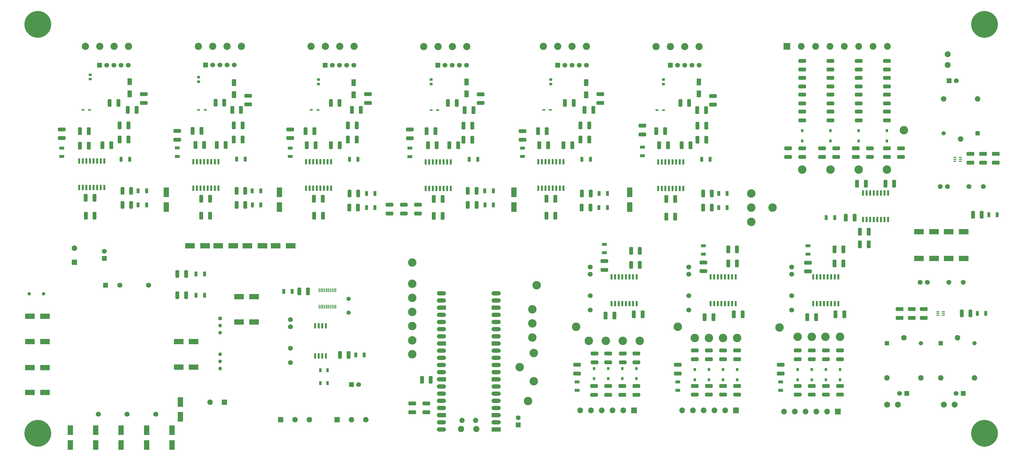
<source format=gbr>
%TF.GenerationSoftware,KiCad,Pcbnew,9.0.1*%
%TF.CreationDate,2025-12-19T01:31:41-08:00*%
%TF.ProjectId,ControlBoard,436f6e74-726f-46c4-926f-6172642e6b69,rev?*%
%TF.SameCoordinates,Original*%
%TF.FileFunction,Soldermask,Top*%
%TF.FilePolarity,Negative*%
%FSLAX46Y46*%
G04 Gerber Fmt 4.6, Leading zero omitted, Abs format (unit mm)*
G04 Created by KiCad (PCBNEW 9.0.1) date 2025-12-19 01:31:41*
%MOMM*%
%LPD*%
G01*
G04 APERTURE LIST*
G04 Aperture macros list*
%AMRoundRect*
0 Rectangle with rounded corners*
0 $1 Rounding radius*
0 $2 $3 $4 $5 $6 $7 $8 $9 X,Y pos of 4 corners*
0 Add a 4 corners polygon primitive as box body*
4,1,4,$2,$3,$4,$5,$6,$7,$8,$9,$2,$3,0*
0 Add four circle primitives for the rounded corners*
1,1,$1+$1,$2,$3*
1,1,$1+$1,$4,$5*
1,1,$1+$1,$6,$7*
1,1,$1+$1,$8,$9*
0 Add four rect primitives between the rounded corners*
20,1,$1+$1,$2,$3,$4,$5,0*
20,1,$1+$1,$4,$5,$6,$7,0*
20,1,$1+$1,$6,$7,$8,$9,0*
20,1,$1+$1,$8,$9,$2,$3,0*%
%AMFreePoly0*
4,1,37,0.800000,0.796148,0.878414,0.796148,1.032228,0.765552,1.177117,0.705537,1.307515,0.618408,1.418408,0.507515,1.505537,0.377117,1.565552,0.232228,1.596148,0.078414,1.596148,-0.078414,1.565552,-0.232228,1.505537,-0.377117,1.418408,-0.507515,1.307515,-0.618408,1.177117,-0.705537,1.032228,-0.765552,0.878414,-0.796148,0.800000,-0.796148,0.800000,-0.800000,-1.400000,-0.800000,
-1.403843,-0.796157,-1.439018,-0.796157,-1.511114,-0.766294,-1.566294,-0.711114,-1.596157,-0.639018,-1.596157,-0.603843,-1.600000,-0.600000,-1.600000,0.600000,-1.596157,0.603843,-1.596157,0.639018,-1.566294,0.711114,-1.511114,0.766294,-1.439018,0.796157,-1.403843,0.796157,-1.400000,0.800000,0.800000,0.800000,0.800000,0.796148,0.800000,0.796148,$1*%
%AMFreePoly1*
4,1,37,1.403843,0.796157,1.439018,0.796157,1.511114,0.766294,1.566294,0.711114,1.596157,0.639018,1.596157,0.603843,1.600000,0.600000,1.600000,-0.600000,1.596157,-0.603843,1.596157,-0.639018,1.566294,-0.711114,1.511114,-0.766294,1.439018,-0.796157,1.403843,-0.796157,1.400000,-0.800000,-0.800000,-0.800000,-0.800000,-0.796148,-0.878414,-0.796148,-1.032228,-0.765552,-1.177117,-0.705537,
-1.307515,-0.618408,-1.418408,-0.507515,-1.505537,-0.377117,-1.565552,-0.232228,-1.596148,-0.078414,-1.596148,0.078414,-1.565552,0.232228,-1.505537,0.377117,-1.418408,0.507515,-1.307515,0.618408,-1.177117,0.705537,-1.032228,0.765552,-0.878414,0.796148,-0.800000,0.796148,-0.800000,0.800000,1.400000,0.800000,1.403843,0.796157,1.403843,0.796157,$1*%
%AMFreePoly2*
4,1,37,0.603843,0.796157,0.639018,0.796157,0.711114,0.766294,0.766294,0.711114,0.796157,0.639018,0.796157,0.603843,0.800000,0.600000,0.800000,-0.600000,0.796157,-0.603843,0.796157,-0.639018,0.766294,-0.711114,0.711114,-0.766294,0.639018,-0.796157,0.603843,-0.796157,0.600000,-0.800000,0.000000,-0.800000,0.000000,-0.796148,-0.078414,-0.796148,-0.232228,-0.765552,-0.377117,-0.705537,
-0.507515,-0.618408,-0.618408,-0.507515,-0.705537,-0.377117,-0.765552,-0.232228,-0.796148,-0.078414,-0.796148,0.078414,-0.765552,0.232228,-0.705537,0.377117,-0.618408,0.507515,-0.507515,0.618408,-0.377117,0.705537,-0.232228,0.765552,-0.078414,0.796148,0.000000,0.796148,0.000000,0.800000,0.600000,0.800000,0.603843,0.796157,0.603843,0.796157,$1*%
%AMFreePoly3*
4,1,37,0.000000,0.796148,0.078414,0.796148,0.232228,0.765552,0.377117,0.705537,0.507515,0.618408,0.618408,0.507515,0.705537,0.377117,0.765552,0.232228,0.796148,0.078414,0.796148,-0.078414,0.765552,-0.232228,0.705537,-0.377117,0.618408,-0.507515,0.507515,-0.618408,0.377117,-0.705537,0.232228,-0.765552,0.078414,-0.796148,0.000000,-0.796148,0.000000,-0.800000,-0.600000,-0.800000,
-0.603843,-0.796157,-0.639018,-0.796157,-0.711114,-0.766294,-0.766294,-0.711114,-0.796157,-0.639018,-0.796157,-0.603843,-0.800000,-0.600000,-0.800000,0.600000,-0.796157,0.603843,-0.796157,0.639018,-0.766294,0.711114,-0.711114,0.766294,-0.639018,0.796157,-0.603843,0.796157,-0.600000,0.800000,0.000000,0.800000,0.000000,0.796148,0.000000,0.796148,$1*%
G04 Aperture macros list end*
%ADD10R,1.850000X3.500000*%
%ADD11RoundRect,0.250000X-1.075000X0.400000X-1.075000X-0.400000X1.075000X-0.400000X1.075000X0.400000X0*%
%ADD12R,1.750000X1.000000*%
%ADD13R,3.500000X1.850000*%
%ADD14RoundRect,0.250000X-0.412500X-1.100000X0.412500X-1.100000X0.412500X1.100000X-0.412500X1.100000X0*%
%ADD15C,3.000000*%
%ADD16C,2.200000*%
%ADD17C,1.850000*%
%ADD18FreePoly0,180.000000*%
%ADD19RoundRect,0.200000X0.600000X0.600000X-0.600000X0.600000X-0.600000X-0.600000X0.600000X-0.600000X0*%
%ADD20RoundRect,0.800000X0.800000X0.000010X-0.800000X0.000010X-0.800000X-0.000010X0.800000X-0.000010X0*%
%ADD21C,1.600000*%
%ADD22FreePoly1,180.000000*%
%ADD23FreePoly2,180.000000*%
%ADD24FreePoly3,180.000000*%
%ADD25R,0.650000X1.925000*%
%ADD26RoundRect,0.250000X0.412500X1.100000X-0.412500X1.100000X-0.412500X-1.100000X0.412500X-1.100000X0*%
%ADD27RoundRect,0.250000X1.075000X-0.400000X1.075000X0.400000X-1.075000X0.400000X-1.075000X-0.400000X0*%
%ADD28R,1.000000X1.750000*%
%ADD29RoundRect,0.250000X0.400000X1.075000X-0.400000X1.075000X-0.400000X-1.075000X0.400000X-1.075000X0*%
%ADD30R,1.000000X0.950000*%
%ADD31R,1.550000X2.350000*%
%ADD32C,2.550000*%
%ADD33R,1.075000X0.500000*%
%ADD34R,1.700000X1.700000*%
%ADD35C,1.700000*%
%ADD36RoundRect,0.250000X-1.100000X0.412500X-1.100000X-0.412500X1.100000X-0.412500X1.100000X0.412500X0*%
%ADD37C,1.500000*%
%ADD38R,1.950000X1.950000*%
%ADD39C,1.950000*%
%ADD40RoundRect,0.250000X-0.400000X-1.075000X0.400000X-1.075000X0.400000X1.075000X-0.400000X1.075000X0*%
%ADD41R,2.025000X2.025000*%
%ADD42C,2.025000*%
%ADD43R,0.850000X1.050000*%
%ADD44C,2.100000*%
%ADD45RoundRect,0.250000X1.100000X-0.412500X1.100000X0.412500X-1.100000X0.412500X-1.100000X-0.412500X0*%
%ADD46C,1.725000*%
%ADD47C,1.217000*%
%ADD48R,1.500000X1.500000*%
%ADD49R,1.800000X1.800000*%
%ADD50C,1.800000*%
%ADD51R,0.650000X1.850000*%
%ADD52C,9.500000*%
%ADD53R,0.900000X1.350000*%
%ADD54R,1.000000X0.400000*%
%ADD55R,2.400000X2.400000*%
%ADD56C,2.400000*%
%ADD57R,1.303000X1.303000*%
%ADD58C,1.303000*%
%ADD59R,0.450000X1.475000*%
G04 APERTURE END LIST*
D10*
%TO.C,C174*%
X201000000Y-77300000D03*
X201000000Y-72000000D03*
%TD*%
%TO.C,C177*%
X242000000Y-72000000D03*
X242000000Y-77300000D03*
%TD*%
%TO.C,C173*%
X78000000Y-72000000D03*
X78000000Y-77300000D03*
%TD*%
%TO.C,C172*%
X118000000Y-72000000D03*
X118000000Y-77300000D03*
%TD*%
D11*
%TO.C,R127*%
X305000000Y-97000000D03*
X305000000Y-100100000D03*
%TD*%
D12*
%TO.C,LED37*%
X305000000Y-91000000D03*
X305000000Y-94000000D03*
%TD*%
D11*
%TO.C,R126*%
X268000000Y-96900000D03*
X268000000Y-100000000D03*
%TD*%
D12*
%TO.C,LED36*%
X268000000Y-91000000D03*
X268000000Y-94000000D03*
%TD*%
D11*
%TO.C,R125*%
X233000000Y-96450000D03*
X233000000Y-99550000D03*
%TD*%
D12*
%TO.C,LED35*%
X233000000Y-90500000D03*
X233000000Y-93500000D03*
%TD*%
D13*
%TO.C,C171*%
X91650000Y-91000000D03*
X86350000Y-91000000D03*
%TD*%
%TO.C,C170*%
X101650000Y-91000000D03*
X96350000Y-91000000D03*
%TD*%
%TO.C,C169*%
X112000000Y-91000000D03*
X106700000Y-91000000D03*
%TD*%
%TO.C,C168*%
X122000000Y-91000000D03*
X116700000Y-91000000D03*
%TD*%
D14*
%TO.C,C40*%
X91380000Y-55300000D03*
X88255000Y-55300000D03*
%TD*%
%TO.C,C126*%
X90380000Y-50300000D03*
X87255000Y-50300000D03*
%TD*%
D13*
%TO.C,C159*%
X354850000Y-95500000D03*
X360150000Y-95500000D03*
%TD*%
%TO.C,C158*%
X344350000Y-95500000D03*
X349650000Y-95500000D03*
%TD*%
%TO.C,C157*%
X354850000Y-86000000D03*
X360150000Y-86000000D03*
%TD*%
%TO.C,C156*%
X344350000Y-86000000D03*
X349650000Y-86000000D03*
%TD*%
D14*
%TO.C,C4*%
X323437500Y-90500000D03*
X326562500Y-90500000D03*
%TD*%
D15*
%TO.C,TP9*%
X239500000Y-124675000D03*
%TD*%
%TO.C,TP7*%
X227500000Y-124675000D03*
%TD*%
D11*
%TO.C,R99*%
X229500000Y-132286250D03*
X229500000Y-129186250D03*
%TD*%
D15*
%TO.C,TP39*%
X292500000Y-77500000D03*
%TD*%
%TO.C,TP38*%
X285000000Y-72500000D03*
%TD*%
%TO.C,TP37*%
X285000000Y-77500000D03*
%TD*%
%TO.C,TP36*%
X285000000Y-82500000D03*
%TD*%
D16*
%TO.C,A1*%
X187725000Y-155962500D03*
D17*
X187425000Y-152932500D03*
X182575000Y-152932500D03*
D16*
X182275000Y-155962500D03*
D18*
X194690000Y-156092500D03*
D19*
X193890000Y-156092500D03*
D20*
X194690000Y-153552500D03*
D21*
X193890000Y-153552500D03*
D22*
X194690000Y-151012500D03*
D23*
X193890000Y-151012500D03*
D20*
X194690000Y-148472500D03*
D21*
X193890000Y-148472500D03*
D20*
X194690000Y-145932500D03*
D21*
X193890000Y-145932500D03*
D20*
X194690000Y-143392500D03*
D21*
X193890000Y-143392500D03*
D20*
X194690000Y-140852500D03*
D21*
X193890000Y-140852500D03*
D22*
X194690000Y-138312500D03*
D23*
X193890000Y-138312500D03*
D20*
X194690000Y-135772500D03*
D21*
X193890000Y-135772500D03*
D20*
X194690000Y-133232500D03*
D21*
X193890000Y-133232500D03*
D20*
X194690000Y-130692500D03*
D21*
X193890000Y-130692500D03*
D20*
X194690000Y-128152500D03*
D21*
X193890000Y-128152500D03*
D22*
X194690000Y-125612500D03*
D23*
X193890000Y-125612500D03*
D20*
X194690000Y-123072500D03*
D21*
X193890000Y-123072500D03*
D20*
X194690000Y-120532500D03*
D21*
X193890000Y-120532500D03*
D20*
X194690000Y-117992500D03*
D21*
X193890000Y-117992500D03*
D20*
X194690000Y-115452500D03*
D21*
X193890000Y-115452500D03*
D22*
X194690000Y-112912500D03*
D23*
X193890000Y-112912500D03*
D20*
X194690000Y-110372500D03*
D21*
X193890000Y-110372500D03*
D20*
X194690000Y-107832500D03*
D21*
X193890000Y-107832500D03*
X176110000Y-107832500D03*
D20*
X175310000Y-107832500D03*
D21*
X176110000Y-110372500D03*
D20*
X175310000Y-110372500D03*
D24*
X176110000Y-112912500D03*
D18*
X175310000Y-112912500D03*
D21*
X176110000Y-115452500D03*
D20*
X175310000Y-115452500D03*
D21*
X176110000Y-117992500D03*
D20*
X175310000Y-117992500D03*
D21*
X176110000Y-120532500D03*
D20*
X175310000Y-120532500D03*
D21*
X176110000Y-123072500D03*
D20*
X175310000Y-123072500D03*
D24*
X176110000Y-125612500D03*
D18*
X175310000Y-125612500D03*
D21*
X176110000Y-128152500D03*
D20*
X175310000Y-128152500D03*
D21*
X176110000Y-130692500D03*
D20*
X175310000Y-130692500D03*
D21*
X176110000Y-133232500D03*
D20*
X175310000Y-133232500D03*
D21*
X176110000Y-135772500D03*
D20*
X175310000Y-135772500D03*
D24*
X176110000Y-138312500D03*
D18*
X175310000Y-138312500D03*
D21*
X176110000Y-140852500D03*
D20*
X175310000Y-140852500D03*
D21*
X176110000Y-143392500D03*
D20*
X175310000Y-143392500D03*
D21*
X176110000Y-145932500D03*
D20*
X175310000Y-145932500D03*
D21*
X176110000Y-148472500D03*
D20*
X175310000Y-148472500D03*
D24*
X176110000Y-151012500D03*
D18*
X175310000Y-151012500D03*
D21*
X176110000Y-153552500D03*
D20*
X175310000Y-153552500D03*
D21*
X176110000Y-156092500D03*
D20*
X175310000Y-156092500D03*
%TD*%
D25*
%TO.C,IC11*%
X252035000Y-70688000D03*
X253305000Y-70688000D03*
X254575000Y-70688000D03*
X255845000Y-70688000D03*
X257115000Y-70688000D03*
X258385000Y-70688000D03*
X259655000Y-70688000D03*
X260925000Y-70688000D03*
X260925000Y-61264000D03*
X259655000Y-61264000D03*
X258385000Y-61264000D03*
X257115000Y-61264000D03*
X255845000Y-61264000D03*
X254575000Y-61264000D03*
X253305000Y-61264000D03*
X252035000Y-61264000D03*
%TD*%
D26*
%TO.C,C90*%
X269067500Y-53400000D03*
X265942500Y-53400000D03*
%TD*%
D27*
%TO.C,R63*%
X246440000Y-51550000D03*
X246440000Y-48450000D03*
%TD*%
D14*
%TO.C,C130*%
X251377500Y-50400000D03*
X254502500Y-50400000D03*
%TD*%
D28*
%TO.C,LED25*%
X276440000Y-77500000D03*
X273440000Y-77500000D03*
%TD*%
D14*
%TO.C,C87*%
X254917500Y-80688000D03*
X258042500Y-80688000D03*
%TD*%
D29*
%TO.C,R56*%
X271040000Y-72500000D03*
X267940000Y-72500000D03*
%TD*%
D26*
%TO.C,C86*%
X258042500Y-74400000D03*
X254917500Y-74400000D03*
%TD*%
D28*
%TO.C,LED28*%
X267440000Y-60400000D03*
X270440000Y-60400000D03*
%TD*%
D12*
%TO.C,LED27*%
X246440000Y-59050000D03*
X246440000Y-56050000D03*
%TD*%
D14*
%TO.C,C88*%
X252377500Y-55400000D03*
X255502500Y-55400000D03*
%TD*%
D29*
%TO.C,R57*%
X262990000Y-40400000D03*
X259890000Y-40400000D03*
%TD*%
D26*
%TO.C,C94*%
X269065000Y-48400000D03*
X265940000Y-48400000D03*
%TD*%
D29*
%TO.C,R55*%
X271040000Y-77500000D03*
X267940000Y-77500000D03*
%TD*%
D28*
%TO.C,LED26*%
X276440000Y-72500000D03*
X273440000Y-72500000D03*
%TD*%
D11*
%TO.C,R61*%
X271440000Y-37900000D03*
X271440000Y-41000000D03*
%TD*%
D30*
%TO.C,FB5*%
X253940000Y-32100000D03*
X253940000Y-33700000D03*
%TD*%
D31*
%TO.C,D11*%
X266440000Y-32900000D03*
X266440000Y-37200000D03*
%TD*%
D32*
%TO.C,J20*%
X251320000Y-20400000D03*
X256400000Y-20400000D03*
X261480000Y-20400000D03*
X266560000Y-20400000D03*
%TD*%
D33*
%TO.C,D10*%
X251616000Y-42900000D03*
X253940000Y-42900000D03*
%TD*%
D14*
%TO.C,C95*%
X265815000Y-42900000D03*
X268940000Y-42900000D03*
%TD*%
D26*
%TO.C,C89*%
X263502500Y-55400000D03*
X260377500Y-55400000D03*
%TD*%
D34*
%TO.C,J17*%
X256320000Y-27012500D03*
D35*
X258860000Y-27012500D03*
X261400000Y-27012500D03*
X263940000Y-27012500D03*
X266480000Y-27012500D03*
%TD*%
D26*
%TO.C,C105*%
X224497500Y-48350000D03*
X227622500Y-48350000D03*
%TD*%
D28*
%TO.C,LED30*%
X231060000Y-77450000D03*
X234060000Y-77450000D03*
%TD*%
D26*
%TO.C,C97*%
X212537500Y-74350000D03*
X215662500Y-74350000D03*
%TD*%
D25*
%TO.C,IC12*%
X209655000Y-61214000D03*
X210925000Y-61214000D03*
X212195000Y-61214000D03*
X213465000Y-61214000D03*
X214735000Y-61214000D03*
X216005000Y-61214000D03*
X217275000Y-61214000D03*
X218545000Y-61214000D03*
X218545000Y-70638000D03*
X217275000Y-70638000D03*
X216005000Y-70638000D03*
X214735000Y-70638000D03*
X213465000Y-70638000D03*
X212195000Y-70638000D03*
X210925000Y-70638000D03*
X209655000Y-70638000D03*
%TD*%
D28*
%TO.C,LED29*%
X231110000Y-72450000D03*
X234110000Y-72450000D03*
%TD*%
D12*
%TO.C,LED31*%
X204060000Y-56350000D03*
X204060000Y-59350000D03*
%TD*%
D14*
%TO.C,C98*%
X215622500Y-80350000D03*
X212497500Y-80350000D03*
%TD*%
D29*
%TO.C,R66*%
X224960000Y-77450000D03*
X228060000Y-77450000D03*
%TD*%
D32*
%TO.C,J14*%
X226680000Y-20350000D03*
X221600000Y-20350000D03*
X216520000Y-20350000D03*
X211440000Y-20350000D03*
%TD*%
D26*
%TO.C,C101*%
X224497500Y-53350000D03*
X227622500Y-53350000D03*
%TD*%
D31*
%TO.C,D13*%
X226560000Y-37500000D03*
X226560000Y-33200000D03*
%TD*%
D29*
%TO.C,R67*%
X219060000Y-40350000D03*
X222160000Y-40350000D03*
%TD*%
D33*
%TO.C,D12*%
X213884000Y-42850000D03*
X211560000Y-42850000D03*
%TD*%
D28*
%TO.C,LED32*%
X228060000Y-60350000D03*
X225060000Y-60350000D03*
%TD*%
D14*
%TO.C,C131*%
X212622500Y-50350000D03*
X209497500Y-50350000D03*
%TD*%
%TO.C,C106*%
X229060000Y-42850000D03*
X225935000Y-42850000D03*
%TD*%
D30*
%TO.C,FB6*%
X214060000Y-33650000D03*
X214060000Y-32050000D03*
%TD*%
D11*
%TO.C,R71*%
X231560000Y-40350000D03*
X231560000Y-37250000D03*
%TD*%
D14*
%TO.C,C99*%
X213060000Y-55350000D03*
X209935000Y-55350000D03*
%TD*%
D29*
%TO.C,R65*%
X225060000Y-72450000D03*
X228160000Y-72450000D03*
%TD*%
D27*
%TO.C,R73*%
X204060000Y-50350000D03*
X204060000Y-53450000D03*
%TD*%
D26*
%TO.C,C100*%
X218497500Y-55350000D03*
X221622500Y-55350000D03*
%TD*%
D35*
%TO.C,J9*%
X226600000Y-26962500D03*
X224060000Y-26962500D03*
X221520000Y-26962500D03*
X218980000Y-26962500D03*
D34*
X216440000Y-26962500D03*
%TD*%
D29*
%TO.C,R36*%
X187780000Y-76500000D03*
X184680000Y-76500000D03*
%TD*%
D32*
%TO.C,J19*%
X169060000Y-20400000D03*
X174140000Y-20400000D03*
X179220000Y-20400000D03*
X184300000Y-20400000D03*
%TD*%
D14*
%TO.C,C128*%
X170117500Y-50400000D03*
X173242500Y-50400000D03*
%TD*%
D30*
%TO.C,FB3*%
X171680000Y-32100000D03*
X171680000Y-33700000D03*
%TD*%
D11*
%TO.C,R41*%
X189180000Y-37300000D03*
X189180000Y-40400000D03*
%TD*%
D28*
%TO.C,LED18*%
X193730000Y-76500000D03*
X190730000Y-76500000D03*
%TD*%
D14*
%TO.C,C65*%
X172657500Y-80400000D03*
X175782500Y-80400000D03*
%TD*%
D26*
%TO.C,C74*%
X186242500Y-48400000D03*
X183117500Y-48400000D03*
%TD*%
D14*
%TO.C,C73*%
X183555000Y-42900000D03*
X186680000Y-42900000D03*
%TD*%
D26*
%TO.C,C64*%
X175782500Y-74400000D03*
X172657500Y-74400000D03*
%TD*%
D29*
%TO.C,R35*%
X187780000Y-71500000D03*
X184680000Y-71500000D03*
%TD*%
D25*
%TO.C,IC9*%
X169775000Y-70688000D03*
X171045000Y-70688000D03*
X172315000Y-70688000D03*
X173585000Y-70688000D03*
X174855000Y-70688000D03*
X176125000Y-70688000D03*
X177395000Y-70688000D03*
X178665000Y-70688000D03*
X178665000Y-61264000D03*
X177395000Y-61264000D03*
X176125000Y-61264000D03*
X174855000Y-61264000D03*
X173585000Y-61264000D03*
X172315000Y-61264000D03*
X171045000Y-61264000D03*
X169775000Y-61264000D03*
%TD*%
D26*
%TO.C,C68*%
X186242500Y-53400000D03*
X183117500Y-53400000D03*
%TD*%
D28*
%TO.C,LED20*%
X185180000Y-60400000D03*
X188180000Y-60400000D03*
%TD*%
D29*
%TO.C,R37*%
X180730000Y-40400000D03*
X177630000Y-40400000D03*
%TD*%
D14*
%TO.C,C66*%
X170555000Y-55400000D03*
X173680000Y-55400000D03*
%TD*%
D12*
%TO.C,LED19*%
X164180000Y-59400000D03*
X164180000Y-56400000D03*
%TD*%
D33*
%TO.C,D6*%
X171680000Y-42900000D03*
X174004000Y-42900000D03*
%TD*%
D31*
%TO.C,D7*%
X184180000Y-32900000D03*
X184180000Y-37200000D03*
%TD*%
D27*
%TO.C,R43*%
X164180000Y-52900000D03*
X164180000Y-49800000D03*
%TD*%
D28*
%TO.C,LED17*%
X193680000Y-71500000D03*
X190680000Y-71500000D03*
%TD*%
D26*
%TO.C,C67*%
X181242500Y-55400000D03*
X178117500Y-55400000D03*
%TD*%
D34*
%TO.C,J16*%
X174060000Y-27012500D03*
D35*
X176600000Y-27012500D03*
X179140000Y-27012500D03*
X181680000Y-27012500D03*
X184220000Y-27012500D03*
%TD*%
D25*
%TO.C,IC10*%
X127395000Y-70638000D03*
X128665000Y-70638000D03*
X129935000Y-70638000D03*
X131205000Y-70638000D03*
X132475000Y-70638000D03*
X133745000Y-70638000D03*
X135015000Y-70638000D03*
X136285000Y-70638000D03*
X136285000Y-61214000D03*
X135015000Y-61214000D03*
X133745000Y-61214000D03*
X132475000Y-61214000D03*
X131205000Y-61214000D03*
X129935000Y-61214000D03*
X128665000Y-61214000D03*
X127395000Y-61214000D03*
%TD*%
D26*
%TO.C,C83*%
X145362500Y-48350000D03*
X142237500Y-48350000D03*
%TD*%
D28*
%TO.C,LED21*%
X151800000Y-72450000D03*
X148800000Y-72450000D03*
%TD*%
D29*
%TO.C,R45*%
X145900000Y-72450000D03*
X142800000Y-72450000D03*
%TD*%
D12*
%TO.C,LED23*%
X121800000Y-59350000D03*
X121800000Y-56350000D03*
%TD*%
D14*
%TO.C,C76*%
X130277500Y-80350000D03*
X133402500Y-80350000D03*
%TD*%
D30*
%TO.C,FB4*%
X131800000Y-32050000D03*
X131800000Y-33650000D03*
%TD*%
D28*
%TO.C,LED24*%
X142800000Y-60350000D03*
X145800000Y-60350000D03*
%TD*%
D14*
%TO.C,C129*%
X127237500Y-50350000D03*
X130362500Y-50350000D03*
%TD*%
D29*
%TO.C,R47*%
X139300000Y-40350000D03*
X136200000Y-40350000D03*
%TD*%
D14*
%TO.C,C77*%
X127675000Y-55350000D03*
X130800000Y-55350000D03*
%TD*%
D32*
%TO.C,J13*%
X129180000Y-20350000D03*
X134260000Y-20350000D03*
X139340000Y-20350000D03*
X144420000Y-20350000D03*
%TD*%
D11*
%TO.C,R51*%
X149300000Y-37250000D03*
X149300000Y-40350000D03*
%TD*%
D33*
%TO.C,D8*%
X129300000Y-42850000D03*
X131624000Y-42850000D03*
%TD*%
D27*
%TO.C,R53*%
X121800000Y-52850000D03*
X121800000Y-49750000D03*
%TD*%
D14*
%TO.C,C84*%
X143675000Y-42850000D03*
X146800000Y-42850000D03*
%TD*%
D26*
%TO.C,C75*%
X133362500Y-74350000D03*
X130237500Y-74350000D03*
%TD*%
D29*
%TO.C,R46*%
X145800000Y-77450000D03*
X142700000Y-77450000D03*
%TD*%
D28*
%TO.C,LED22*%
X151800000Y-77450000D03*
X148800000Y-77450000D03*
%TD*%
D26*
%TO.C,C79*%
X145362500Y-53350000D03*
X142237500Y-53350000D03*
%TD*%
D31*
%TO.C,D9*%
X144300000Y-33200000D03*
X144300000Y-37500000D03*
%TD*%
D26*
%TO.C,C78*%
X139362500Y-55350000D03*
X136237500Y-55350000D03*
%TD*%
D34*
%TO.C,J8*%
X134180000Y-26962500D03*
D35*
X136720000Y-26962500D03*
X139260000Y-26962500D03*
X141800000Y-26962500D03*
X144340000Y-26962500D03*
%TD*%
D32*
%TO.C,J18*%
X104540000Y-20300000D03*
X99460000Y-20300000D03*
X94380000Y-20300000D03*
X89300000Y-20300000D03*
%TD*%
D28*
%TO.C,LED7*%
X111380000Y-71500000D03*
X108380000Y-71500000D03*
%TD*%
D30*
%TO.C,FB1*%
X89420000Y-31200000D03*
X89420000Y-32800000D03*
%TD*%
D14*
%TO.C,C39*%
X90357500Y-80300000D03*
X93482500Y-80300000D03*
%TD*%
D29*
%TO.C,R15*%
X98470000Y-40300000D03*
X95370000Y-40300000D03*
%TD*%
D11*
%TO.C,R19*%
X106920000Y-37800000D03*
X106920000Y-40900000D03*
%TD*%
D33*
%TO.C,D1*%
X89420000Y-42800000D03*
X91744000Y-42800000D03*
%TD*%
D31*
%TO.C,D2*%
X101920000Y-33150000D03*
X101920000Y-37450000D03*
%TD*%
D26*
%TO.C,C38*%
X93482500Y-74300000D03*
X90357500Y-74300000D03*
%TD*%
D27*
%TO.C,R21*%
X81880000Y-53400000D03*
X81880000Y-50300000D03*
%TD*%
D26*
%TO.C,C42*%
X104942500Y-53300000D03*
X101817500Y-53300000D03*
%TD*%
D29*
%TO.C,R14*%
X105930000Y-76500000D03*
X102830000Y-76500000D03*
%TD*%
%TO.C,R13*%
X105930000Y-71500000D03*
X102830000Y-71500000D03*
%TD*%
D14*
%TO.C,C47*%
X101295000Y-42800000D03*
X104420000Y-42800000D03*
%TD*%
D28*
%TO.C,LED8*%
X111430000Y-76500000D03*
X108430000Y-76500000D03*
%TD*%
D26*
%TO.C,C46*%
X104942500Y-48300000D03*
X101817500Y-48300000D03*
%TD*%
D12*
%TO.C,LED9*%
X81880000Y-59300000D03*
X81880000Y-56300000D03*
%TD*%
D25*
%TO.C,IC7*%
X87515000Y-70588000D03*
X88785000Y-70588000D03*
X90055000Y-70588000D03*
X91325000Y-70588000D03*
X92595000Y-70588000D03*
X93865000Y-70588000D03*
X95135000Y-70588000D03*
X96405000Y-70588000D03*
X96405000Y-61164000D03*
X95135000Y-61164000D03*
X93865000Y-61164000D03*
X92595000Y-61164000D03*
X91325000Y-61164000D03*
X90055000Y-61164000D03*
X88785000Y-61164000D03*
X87515000Y-61164000D03*
%TD*%
D28*
%TO.C,LED10*%
X102880000Y-60300000D03*
X105880000Y-60300000D03*
%TD*%
D34*
%TO.C,J15*%
X91840000Y-26912500D03*
D35*
X94380000Y-26912500D03*
X96920000Y-26912500D03*
X99460000Y-26912500D03*
X102000000Y-26912500D03*
%TD*%
D28*
%TO.C,LED13*%
X71000000Y-71500000D03*
X68000000Y-71500000D03*
%TD*%
D13*
%TO.C,C149*%
X109000000Y-118000000D03*
X103700000Y-118000000D03*
%TD*%
D36*
%TO.C,C133*%
X165000000Y-146875000D03*
X165000000Y-150000000D03*
%TD*%
D27*
%TO.C,R87*%
X310000000Y-59550000D03*
X310000000Y-56450000D03*
%TD*%
D13*
%TO.C,C143*%
X29700000Y-143000000D03*
X35000000Y-143000000D03*
%TD*%
D37*
%TO.C,Y1*%
X142500000Y-109795000D03*
X142500000Y-114675000D03*
%TD*%
D15*
%TO.C,TP26*%
X203000000Y-134000000D03*
%TD*%
%TO.C,TP14*%
X316367500Y-123286250D03*
%TD*%
D14*
%TO.C,C9*%
X322437500Y-69000000D03*
X325562500Y-69000000D03*
%TD*%
D27*
%TO.C,R86*%
X323000000Y-28550000D03*
X323000000Y-25450000D03*
%TD*%
D15*
%TO.C,TP32*%
X165000000Y-114500000D03*
%TD*%
D38*
%TO.C,J22*%
X45450000Y-96855000D03*
D39*
X45450000Y-91855000D03*
%TD*%
D26*
%TO.C,C57*%
X64562500Y-48350000D03*
X61437500Y-48350000D03*
%TD*%
D40*
%TO.C,R4*%
X318450000Y-81000000D03*
X321550000Y-81000000D03*
%TD*%
D38*
%TO.C,J27*%
X98500000Y-146500000D03*
D39*
X93500000Y-146500000D03*
%TD*%
D41*
%TO.C,J24*%
X243525000Y-149356250D03*
D42*
X239715000Y-149356250D03*
X235905000Y-149356250D03*
X232095000Y-149356250D03*
X228285000Y-149356250D03*
X224475000Y-149356250D03*
%TD*%
D27*
%TO.C,R1*%
X167000000Y-79550000D03*
X167000000Y-76450000D03*
%TD*%
D26*
%TO.C,C17*%
X281930000Y-115286250D03*
X278805000Y-115286250D03*
%TD*%
D14*
%TO.C,C3*%
X323437500Y-86000000D03*
X326562500Y-86000000D03*
%TD*%
D11*
%TO.C,R114*%
X301367500Y-140675000D03*
X301367500Y-143775000D03*
%TD*%
D27*
%TO.C,R77*%
X333000000Y-46550000D03*
X333000000Y-43450000D03*
%TD*%
%TO.C,R82*%
X322000000Y-59550000D03*
X322000000Y-56450000D03*
%TD*%
D30*
%TO.C,FB2*%
X51000000Y-30350000D03*
X51000000Y-31950000D03*
%TD*%
D31*
%TO.C,D5*%
X65000000Y-32850000D03*
X65000000Y-37150000D03*
%TD*%
D29*
%TO.C,R25*%
X65550000Y-71500000D03*
X62450000Y-71500000D03*
%TD*%
D27*
%TO.C,R85*%
X323000000Y-34550000D03*
X323000000Y-31450000D03*
%TD*%
D43*
%TO.C,Z3*%
X313000000Y-50200000D03*
X313000000Y-53800000D03*
%TD*%
%TO.C,Z4*%
X303000000Y-50200000D03*
X303000000Y-53800000D03*
%TD*%
D27*
%TO.C,R3*%
X157000000Y-79550000D03*
X157000000Y-76450000D03*
%TD*%
D15*
%TO.C,TP31*%
X165000000Y-109462500D03*
%TD*%
D26*
%TO.C,C1*%
X245562500Y-97755000D03*
X242437500Y-97755000D03*
%TD*%
D36*
%TO.C,C137*%
X362500000Y-58437500D03*
X362500000Y-61562500D03*
%TD*%
D27*
%TO.C,R115*%
X280000000Y-131225000D03*
X280000000Y-128125000D03*
%TD*%
D15*
%TO.C,TP4*%
X303000000Y-64000000D03*
%TD*%
D44*
%TO.C,J6*%
X336905000Y-147285000D03*
X333095000Y-147285000D03*
%TD*%
D15*
%TO.C,TP22*%
X207500000Y-118500000D03*
%TD*%
D27*
%TO.C,R81*%
X327000000Y-59550000D03*
X327000000Y-56450000D03*
%TD*%
D11*
%TO.C,R102*%
X234367500Y-140736250D03*
X234367500Y-143836250D03*
%TD*%
D27*
%TO.C,R97*%
X303000000Y-34550000D03*
X303000000Y-31450000D03*
%TD*%
D14*
%TO.C,C6*%
X233437500Y-115755000D03*
X236562500Y-115755000D03*
%TD*%
D15*
%TO.C,TP30*%
X165000000Y-104500000D03*
%TD*%
D27*
%TO.C,R75*%
X338000000Y-59550000D03*
X338000000Y-56450000D03*
%TD*%
D11*
%TO.C,R120*%
X270000000Y-140675000D03*
X270000000Y-143775000D03*
%TD*%
D15*
%TO.C,TP20*%
X301367500Y-123286250D03*
%TD*%
D26*
%TO.C,C2*%
X245562500Y-92755000D03*
X242437500Y-92755000D03*
%TD*%
D36*
%TO.C,C138*%
X367000000Y-58437500D03*
X367000000Y-61562500D03*
%TD*%
D45*
%TO.C,C135*%
X341750000Y-116562500D03*
X341750000Y-113437500D03*
%TD*%
D26*
%TO.C,C53*%
X52562500Y-74000000D03*
X49437500Y-74000000D03*
%TD*%
%TO.C,C10*%
X335562500Y-69000000D03*
X332437500Y-69000000D03*
%TD*%
D43*
%TO.C,Z1*%
X333000000Y-50200000D03*
X333000000Y-53800000D03*
%TD*%
D10*
%TO.C,C154*%
X83000000Y-146350000D03*
X83000000Y-151650000D03*
%TD*%
D46*
%TO.C,PS1*%
X228000000Y-98515000D03*
X228000000Y-101055000D03*
X228000000Y-108675000D03*
X228000000Y-113755000D03*
%TD*%
D15*
%TO.C,TP21*%
X207500000Y-123500000D03*
%TD*%
D10*
%TO.C,C147*%
X71000000Y-156350000D03*
X71000000Y-161650000D03*
%TD*%
D47*
%TO.C,F1*%
X34550000Y-108000000D03*
X29450000Y-108000000D03*
%TD*%
D10*
%TO.C,C146*%
X62000000Y-156350000D03*
X62000000Y-161650000D03*
%TD*%
D13*
%TO.C,C142*%
X29700000Y-134200000D03*
X35000000Y-134200000D03*
%TD*%
D48*
%TO.C,K1*%
X333000000Y-125590000D03*
D39*
X333000000Y-137790000D03*
X345000000Y-137790000D03*
D37*
X345000000Y-125590000D03*
D39*
X339000000Y-123590000D03*
%TD*%
D43*
%TO.C,Z2*%
X323000000Y-50200000D03*
X323000000Y-53800000D03*
%TD*%
D40*
%TO.C,R10*%
X125000000Y-107175000D03*
X128100000Y-107175000D03*
%TD*%
D15*
%TO.C,TP8*%
X233500000Y-124675000D03*
%TD*%
D27*
%TO.C,R88*%
X315000000Y-59550000D03*
X315000000Y-56450000D03*
%TD*%
D11*
%TO.C,R108*%
X316367500Y-140675000D03*
X316367500Y-143775000D03*
%TD*%
D27*
%TO.C,R5*%
X223367500Y-136286250D03*
X223367500Y-133186250D03*
%TD*%
D13*
%TO.C,C148*%
X109000000Y-109000000D03*
X103700000Y-109000000D03*
%TD*%
D27*
%TO.C,R121*%
X275000000Y-131225000D03*
X275000000Y-128125000D03*
%TD*%
D12*
%TO.C,LED15*%
X41000000Y-59350000D03*
X41000000Y-56350000D03*
%TD*%
D11*
%TO.C,R31*%
X70000000Y-37250000D03*
X70000000Y-40350000D03*
%TD*%
D34*
%TO.C,JP1*%
X143500000Y-140175000D03*
D35*
X146040000Y-140175000D03*
%TD*%
D43*
%TO.C,Z12*%
X301367500Y-138475000D03*
X301367500Y-134875000D03*
%TD*%
D15*
%TO.C,TP33*%
X165000000Y-119462500D03*
%TD*%
D43*
%TO.C,Z10*%
X311367500Y-138475000D03*
X311367500Y-134875000D03*
%TD*%
D46*
%TO.C,PS13*%
X351887500Y-70000000D03*
X354427500Y-70000000D03*
X362047500Y-70000000D03*
X367127500Y-70000000D03*
%TD*%
D43*
%TO.C,Z13*%
X280000000Y-138475000D03*
X280000000Y-134875000D03*
%TD*%
D28*
%TO.C,LED33*%
X372050000Y-80000000D03*
X369050000Y-80000000D03*
%TD*%
D26*
%TO.C,C19*%
X317930000Y-115286250D03*
X314805000Y-115286250D03*
%TD*%
D15*
%TO.C,TP24*%
X209000000Y-105000000D03*
%TD*%
D49*
%TO.C,PS7*%
X56460000Y-105000000D03*
D50*
X61540000Y-105000000D03*
X71700000Y-105000000D03*
X53920000Y-150720000D03*
X64080000Y-150720000D03*
X74240000Y-150720000D03*
%TD*%
D27*
%TO.C,R84*%
X323000000Y-40550000D03*
X323000000Y-37450000D03*
%TD*%
D11*
%TO.C,R106*%
X244367500Y-140736250D03*
X244367500Y-143836250D03*
%TD*%
D15*
%TO.C,TP18*%
X306367500Y-123286250D03*
%TD*%
D14*
%TO.C,C55*%
X47437500Y-55500000D03*
X50562500Y-55500000D03*
%TD*%
D27*
%TO.C,R109*%
X311367500Y-131225000D03*
X311367500Y-128125000D03*
%TD*%
D46*
%TO.C,PS14*%
X344760000Y-104000000D03*
X347300000Y-104000000D03*
X354920000Y-104000000D03*
X360000000Y-104000000D03*
%TD*%
D43*
%TO.C,Z6*%
X234367500Y-138086250D03*
X234367500Y-134486250D03*
%TD*%
D46*
%TO.C,PS4*%
X121915000Y-117175000D03*
X121915000Y-119715000D03*
X121915000Y-127335000D03*
X121915000Y-132415000D03*
%TD*%
D28*
%TO.C,LED34*%
X367950000Y-115000000D03*
X364950000Y-115000000D03*
%TD*%
D51*
%TO.C,IC6*%
X134405000Y-119350000D03*
X133135000Y-119350000D03*
X131865000Y-119350000D03*
X130595000Y-119350000D03*
X130595000Y-130000000D03*
X131865000Y-130000000D03*
X133135000Y-130000000D03*
X134405000Y-130000000D03*
%TD*%
D27*
%TO.C,R78*%
X333000000Y-40550000D03*
X333000000Y-37450000D03*
%TD*%
D15*
%TO.C,TP35*%
X165000000Y-129462500D03*
%TD*%
%TO.C,TP3*%
X333000000Y-64000000D03*
%TD*%
D29*
%TO.C,R12*%
X171550000Y-138500000D03*
X168450000Y-138500000D03*
%TD*%
D15*
%TO.C,TP6*%
X313000000Y-64000000D03*
%TD*%
D44*
%TO.C,J4*%
X356905000Y-147285000D03*
X353095000Y-147285000D03*
%TD*%
D14*
%TO.C,C54*%
X49477500Y-80350000D03*
X52602500Y-80350000D03*
%TD*%
D28*
%TO.C,LED16*%
X62000000Y-60350000D03*
X65000000Y-60350000D03*
%TD*%
D15*
%TO.C,TP17*%
X270000000Y-123675000D03*
%TD*%
D27*
%TO.C,R79*%
X333000000Y-34550000D03*
X333000000Y-31450000D03*
%TD*%
D14*
%TO.C,C127*%
X47437500Y-50350000D03*
X50562500Y-50350000D03*
%TD*%
D27*
%TO.C,R92*%
X313000000Y-28550000D03*
X313000000Y-25450000D03*
%TD*%
D10*
%TO.C,C145*%
X53000000Y-156350000D03*
X53000000Y-161650000D03*
%TD*%
D27*
%TO.C,R89*%
X313000000Y-46550000D03*
X313000000Y-43450000D03*
%TD*%
D43*
%TO.C,Z7*%
X239367500Y-138086250D03*
X239367500Y-134486250D03*
%TD*%
%TO.C,Z16*%
X275000000Y-138475000D03*
X275000000Y-134875000D03*
%TD*%
D27*
%TO.C,R113*%
X301367500Y-131225000D03*
X301367500Y-128125000D03*
%TD*%
D48*
%TO.C,K2*%
X352000000Y-125590000D03*
D39*
X352000000Y-137790000D03*
X364000000Y-137790000D03*
D37*
X364000000Y-125590000D03*
D39*
X358000000Y-123590000D03*
%TD*%
D15*
%TO.C,TP23*%
X207500000Y-113500000D03*
%TD*%
%TO.C,TP15*%
X265000000Y-123675000D03*
%TD*%
D14*
%TO.C,C18*%
X268437500Y-116286250D03*
X271562500Y-116286250D03*
%TD*%
D27*
%TO.C,R83*%
X323000000Y-46550000D03*
X323000000Y-43450000D03*
%TD*%
%TO.C,R7*%
X259000000Y-136286250D03*
X259000000Y-133186250D03*
%TD*%
%TO.C,R6*%
X295367500Y-136286250D03*
X295367500Y-133186250D03*
%TD*%
D13*
%TO.C,C151*%
X87650000Y-125000000D03*
X82350000Y-125000000D03*
%TD*%
D43*
%TO.C,Z14*%
X265000000Y-138475000D03*
X265000000Y-134875000D03*
%TD*%
D44*
%TO.C,J5*%
X354450000Y-23095000D03*
X354450000Y-26905000D03*
%TD*%
D28*
%TO.C,LED14*%
X71000000Y-76500000D03*
X68000000Y-76500000D03*
%TD*%
D25*
%TO.C,IC3*%
X270555000Y-111467000D03*
X271825000Y-111467000D03*
X273095000Y-111467000D03*
X274365000Y-111467000D03*
X275635000Y-111467000D03*
X276905000Y-111467000D03*
X278175000Y-111467000D03*
X279445000Y-111467000D03*
X279445000Y-102043000D03*
X278175000Y-102043000D03*
X276905000Y-102043000D03*
X275635000Y-102043000D03*
X274365000Y-102043000D03*
X273095000Y-102043000D03*
X271825000Y-102043000D03*
X270555000Y-102043000D03*
%TD*%
D52*
%TO.C,H3*%
X32500000Y-157500000D03*
%TD*%
D27*
%TO.C,R98*%
X303000000Y-28550000D03*
X303000000Y-25450000D03*
%TD*%
%TO.C,R94*%
X298000000Y-59550000D03*
X298000000Y-56450000D03*
%TD*%
D15*
%TO.C,TP16*%
X311250000Y-123250000D03*
%TD*%
%TO.C,TP19*%
X275000000Y-123675000D03*
%TD*%
D29*
%TO.C,R124*%
X362550000Y-115000000D03*
X359450000Y-115000000D03*
%TD*%
D27*
%TO.C,R80*%
X333000000Y-28550000D03*
X333000000Y-25450000D03*
%TD*%
D53*
%TO.C,FL1*%
X135000000Y-135125000D03*
X132500000Y-135125000D03*
X132500000Y-139675000D03*
X135000000Y-139675000D03*
%TD*%
D27*
%TO.C,R117*%
X265000000Y-131225000D03*
X265000000Y-128125000D03*
%TD*%
D26*
%TO.C,C16*%
X317562500Y-92286250D03*
X314437500Y-92286250D03*
%TD*%
D12*
%TO.C,LED3*%
X295367500Y-142236250D03*
X295367500Y-139236250D03*
%TD*%
D13*
%TO.C,C150*%
X87650000Y-134000000D03*
X82350000Y-134000000D03*
%TD*%
D15*
%TO.C,TP2*%
X223000000Y-119675000D03*
%TD*%
D43*
%TO.C,Z15*%
X270000000Y-138475000D03*
X270000000Y-134875000D03*
%TD*%
D10*
%TO.C,C144*%
X44000000Y-156350000D03*
X44000000Y-161650000D03*
%TD*%
D52*
%TO.C,H1*%
X32500000Y-12500000D03*
%TD*%
D14*
%TO.C,C20*%
X304805000Y-116286250D03*
X307930000Y-116286250D03*
%TD*%
D28*
%TO.C,LED11*%
X91500000Y-101040000D03*
X88500000Y-101040000D03*
%TD*%
D45*
%TO.C,C134*%
X337500000Y-116562500D03*
X337500000Y-113437500D03*
%TD*%
D54*
%TO.C,IC14*%
X357000000Y-59700000D03*
X357000000Y-60350000D03*
X357000000Y-61000000D03*
X359000000Y-61000000D03*
X359000000Y-60350000D03*
X359000000Y-59700000D03*
%TD*%
D52*
%TO.C,H4*%
X367500000Y-157500000D03*
%TD*%
D27*
%TO.C,R91*%
X313000000Y-34550000D03*
X313000000Y-31450000D03*
%TD*%
D15*
%TO.C,TP10*%
X245500000Y-124675000D03*
%TD*%
D28*
%TO.C,LED6*%
X148000000Y-129675000D03*
X145000000Y-129675000D03*
%TD*%
D27*
%TO.C,R107*%
X316367500Y-131225000D03*
X316367500Y-128125000D03*
%TD*%
D26*
%TO.C,C14*%
X317562500Y-97286250D03*
X314437500Y-97286250D03*
%TD*%
D29*
%TO.C,R26*%
X65550000Y-76500000D03*
X62450000Y-76500000D03*
%TD*%
D27*
%TO.C,R96*%
X303000000Y-40550000D03*
X303000000Y-37450000D03*
%TD*%
D11*
%TO.C,R103*%
X239500000Y-129186250D03*
X239500000Y-132286250D03*
%TD*%
%TO.C,R118*%
X265000000Y-140675000D03*
X265000000Y-143775000D03*
%TD*%
D28*
%TO.C,LED12*%
X91500000Y-108495000D03*
X88500000Y-108495000D03*
%TD*%
D15*
%TO.C,TP11*%
X259000000Y-119675000D03*
%TD*%
D11*
%TO.C,R105*%
X244367500Y-129186250D03*
X244367500Y-132286250D03*
%TD*%
D27*
%TO.C,R76*%
X333000000Y-59550000D03*
X333000000Y-56450000D03*
%TD*%
%TO.C,R2*%
X162000000Y-79550000D03*
X162000000Y-76450000D03*
%TD*%
D29*
%TO.C,R27*%
X61000000Y-40350000D03*
X57900000Y-40350000D03*
%TD*%
D15*
%TO.C,TP28*%
X206000000Y-146000000D03*
%TD*%
D52*
%TO.C,H2*%
X367500000Y-12500000D03*
%TD*%
D27*
%TO.C,R111*%
X306367500Y-131225000D03*
X306367500Y-128125000D03*
%TD*%
D10*
%TO.C,C153*%
X80000000Y-156350000D03*
X80000000Y-161650000D03*
%TD*%
D15*
%TO.C,TP25*%
X208000000Y-139000000D03*
%TD*%
D36*
%TO.C,C139*%
X371500000Y-58437500D03*
X371500000Y-61562500D03*
%TD*%
D11*
%TO.C,R104*%
X239367500Y-140736250D03*
X239367500Y-143836250D03*
%TD*%
D45*
%TO.C,C136*%
X346000000Y-116562500D03*
X346000000Y-113437500D03*
%TD*%
D29*
%TO.C,R11*%
X142500000Y-129675000D03*
X139400000Y-129675000D03*
%TD*%
D25*
%TO.C,IC2*%
X333445000Y-72288000D03*
X332175000Y-72288000D03*
X330905000Y-72288000D03*
X329635000Y-72288000D03*
X328365000Y-72288000D03*
X327095000Y-72288000D03*
X325825000Y-72288000D03*
X324555000Y-72288000D03*
X324555000Y-81712000D03*
X325825000Y-81712000D03*
X327095000Y-81712000D03*
X328365000Y-81712000D03*
X329635000Y-81712000D03*
X330905000Y-81712000D03*
X332175000Y-81712000D03*
X333445000Y-81712000D03*
%TD*%
D14*
%TO.C,C62*%
X64375000Y-42850000D03*
X67500000Y-42850000D03*
%TD*%
D54*
%TO.C,IC13*%
X353000000Y-115650000D03*
X353000000Y-115000000D03*
X353000000Y-114350000D03*
X351000000Y-114350000D03*
X351000000Y-115000000D03*
X351000000Y-115650000D03*
%TD*%
D38*
%TO.C,J10*%
X118420000Y-152675000D03*
D39*
X123500000Y-152675000D03*
X128580000Y-152675000D03*
%TD*%
D11*
%TO.C,R122*%
X275000000Y-140675000D03*
X275000000Y-143775000D03*
%TD*%
D15*
%TO.C,TP29*%
X165000000Y-96962500D03*
%TD*%
D11*
%TO.C,R112*%
X306367500Y-140675000D03*
X306367500Y-143775000D03*
%TD*%
D40*
%TO.C,R24*%
X81900000Y-108540000D03*
X85000000Y-108540000D03*
%TD*%
D13*
%TO.C,C141*%
X29700000Y-125000000D03*
X35000000Y-125000000D03*
%TD*%
D11*
%TO.C,R116*%
X280000000Y-140675000D03*
X280000000Y-143775000D03*
%TD*%
D55*
%TO.C,J25*%
X297600000Y-20350000D03*
D56*
X302680000Y-20350000D03*
X307760000Y-20350000D03*
X312840000Y-20350000D03*
X317920000Y-20350000D03*
X323000000Y-20350000D03*
X328080000Y-20350000D03*
X333160000Y-20350000D03*
%TD*%
D43*
%TO.C,Z9*%
X316367500Y-138475000D03*
X316367500Y-134875000D03*
%TD*%
D25*
%TO.C,IC4*%
X306922500Y-111467000D03*
X308192500Y-111467000D03*
X309462500Y-111467000D03*
X310732500Y-111467000D03*
X312002500Y-111467000D03*
X313272500Y-111467000D03*
X314542500Y-111467000D03*
X315812500Y-111467000D03*
X315812500Y-102043000D03*
X314542500Y-102043000D03*
X313272500Y-102043000D03*
X312002500Y-102043000D03*
X310732500Y-102043000D03*
X309462500Y-102043000D03*
X308192500Y-102043000D03*
X306922500Y-102043000D03*
%TD*%
D43*
%TO.C,Z11*%
X306367500Y-138475000D03*
X306367500Y-134875000D03*
%TD*%
D26*
%TO.C,C15*%
X279930000Y-92286250D03*
X276805000Y-92286250D03*
%TD*%
D27*
%TO.C,R93*%
X303000000Y-59550000D03*
X303000000Y-56450000D03*
%TD*%
D12*
%TO.C,LED4*%
X259000000Y-142236250D03*
X259000000Y-139236250D03*
%TD*%
D40*
%TO.C,R23*%
X81900000Y-101040000D03*
X85000000Y-101040000D03*
%TD*%
D15*
%TO.C,TP12*%
X295000000Y-120000000D03*
%TD*%
%TO.C,TP13*%
X280000000Y-123675000D03*
%TD*%
D11*
%TO.C,R101*%
X234367500Y-129186250D03*
X234367500Y-132286250D03*
%TD*%
D41*
%TO.C,J26*%
X279525000Y-149356250D03*
D42*
X275715000Y-149356250D03*
X271905000Y-149356250D03*
X268095000Y-149356250D03*
X264285000Y-149356250D03*
X260475000Y-149356250D03*
%TD*%
D11*
%TO.C,R110*%
X311367500Y-140675000D03*
X311367500Y-143775000D03*
%TD*%
D15*
%TO.C,TP5*%
X323000000Y-64000000D03*
%TD*%
%TO.C,TP34*%
X165000000Y-124500000D03*
%TD*%
D46*
%TO.C,PS2*%
X262915000Y-98515000D03*
X262915000Y-101055000D03*
X262915000Y-108675000D03*
X262915000Y-113755000D03*
%TD*%
D11*
%TO.C,R100*%
X229367500Y-140736250D03*
X229367500Y-143836250D03*
%TD*%
D48*
%TO.C,K3*%
X365085000Y-51150000D03*
D39*
X365085000Y-38950000D03*
X353085000Y-38950000D03*
D37*
X353085000Y-51150000D03*
D39*
X359085000Y-53150000D03*
%TD*%
D38*
%TO.C,J11*%
X138420000Y-152675000D03*
D39*
X143500000Y-152675000D03*
X148580000Y-152675000D03*
%TD*%
D27*
%TO.C,R95*%
X303000000Y-46550000D03*
X303000000Y-43450000D03*
%TD*%
D36*
%TO.C,C132*%
X170000000Y-146875000D03*
X170000000Y-150000000D03*
%TD*%
D15*
%TO.C,TP1*%
X339000000Y-50000000D03*
%TD*%
D26*
%TO.C,C5*%
X246562500Y-115286250D03*
X243437500Y-115286250D03*
%TD*%
D29*
%TO.C,R123*%
X366550000Y-80000000D03*
X363450000Y-80000000D03*
%TD*%
D25*
%TO.C,IC1*%
X235555000Y-111467000D03*
X236825000Y-111467000D03*
X238095000Y-111467000D03*
X239365000Y-111467000D03*
X240635000Y-111467000D03*
X241905000Y-111467000D03*
X243175000Y-111467000D03*
X244445000Y-111467000D03*
X244445000Y-102043000D03*
X243175000Y-102043000D03*
X241905000Y-102043000D03*
X240635000Y-102043000D03*
X239365000Y-102043000D03*
X238095000Y-102043000D03*
X236825000Y-102043000D03*
X235555000Y-102043000D03*
%TD*%
D27*
%TO.C,R90*%
X313000000Y-40550000D03*
X313000000Y-37450000D03*
%TD*%
D43*
%TO.C,Z8*%
X244367500Y-138086250D03*
X244367500Y-134486250D03*
%TD*%
D26*
%TO.C,C13*%
X279930000Y-97286250D03*
X276805000Y-97286250D03*
%TD*%
D28*
%TO.C,LED5*%
X119500000Y-107175000D03*
X122500000Y-107175000D03*
%TD*%
D15*
%TO.C,TP27*%
X208000000Y-129000000D03*
%TD*%
D12*
%TO.C,LED2*%
X223367500Y-142236250D03*
X223367500Y-139236250D03*
%TD*%
D46*
%TO.C,PS3*%
X299282500Y-98515000D03*
X299282500Y-101055000D03*
X299282500Y-108675000D03*
X299282500Y-113755000D03*
%TD*%
D26*
%TO.C,C61*%
X64562500Y-53350000D03*
X61437500Y-53350000D03*
%TD*%
D27*
%TO.C,R33*%
X41000000Y-52850000D03*
X41000000Y-49750000D03*
%TD*%
D41*
%TO.C,J28*%
X315607500Y-149786250D03*
D42*
X311797500Y-149786250D03*
X307987500Y-149786250D03*
X304177500Y-149786250D03*
X300367500Y-149786250D03*
X296557500Y-149786250D03*
%TD*%
D33*
%TO.C,D4*%
X48500000Y-42850000D03*
X50824000Y-42850000D03*
%TD*%
D43*
%TO.C,Z5*%
X229367500Y-138086250D03*
X229367500Y-134486250D03*
%TD*%
D28*
%TO.C,LED1*%
X311500000Y-81000000D03*
X314500000Y-81000000D03*
%TD*%
D13*
%TO.C,C140*%
X29700000Y-116000000D03*
X35000000Y-116000000D03*
%TD*%
D34*
%TO.C,J29*%
X202500000Y-154502500D03*
D35*
X202500000Y-151962500D03*
%TD*%
D25*
%TO.C,IC8*%
X47150000Y-70350000D03*
X48420000Y-70350000D03*
X49690000Y-70350000D03*
X50960000Y-70350000D03*
X52230000Y-70350000D03*
X53500000Y-70350000D03*
X54770000Y-70350000D03*
X56040000Y-70350000D03*
X56040000Y-60926000D03*
X54770000Y-60926000D03*
X53500000Y-60926000D03*
X52230000Y-60926000D03*
X50960000Y-60926000D03*
X49690000Y-60926000D03*
X48420000Y-60926000D03*
X47150000Y-60926000D03*
%TD*%
D57*
%TO.C,PS6*%
X97000000Y-116760000D03*
D58*
X97000000Y-119300000D03*
X97000000Y-121840000D03*
X97000000Y-129460000D03*
X97000000Y-132000000D03*
X97000000Y-134540000D03*
%TD*%
D59*
%TO.C,IC5*%
X132075000Y-112613000D03*
X132725000Y-112613000D03*
X133375000Y-112613000D03*
X134025000Y-112613000D03*
X134675000Y-112613000D03*
X135325000Y-112613000D03*
X135975000Y-112613000D03*
X136625000Y-112613000D03*
X137275000Y-112613000D03*
X137925000Y-112613000D03*
X137925000Y-106737000D03*
X137275000Y-106737000D03*
X136625000Y-106737000D03*
X135975000Y-106737000D03*
X135325000Y-106737000D03*
X134675000Y-106737000D03*
X134025000Y-106737000D03*
X133375000Y-106737000D03*
X132725000Y-106737000D03*
X132075000Y-106737000D03*
%TD*%
D27*
%TO.C,R119*%
X270000000Y-131225000D03*
X270000000Y-128125000D03*
%TD*%
D34*
%TO.C,J7*%
X54380000Y-26962500D03*
D35*
X56920000Y-26962500D03*
X59460000Y-26962500D03*
X62000000Y-26962500D03*
X64540000Y-26962500D03*
%TD*%
D34*
%TO.C,J2*%
X355000000Y-32500000D03*
D35*
X357540000Y-32500000D03*
%TD*%
D26*
%TO.C,C56*%
X58500000Y-55350000D03*
X55375000Y-55350000D03*
%TD*%
D34*
%TO.C,J3*%
X340000000Y-143335000D03*
D35*
X337460000Y-143335000D03*
%TD*%
D34*
%TO.C,J1*%
X360000000Y-143335000D03*
D35*
X357460000Y-143335000D03*
%TD*%
D34*
%TO.C,J21*%
X56000000Y-95455000D03*
D35*
X56000000Y-92915000D03*
%TD*%
D32*
%TO.C,J12*%
X49380000Y-20350000D03*
X54460000Y-20350000D03*
X59540000Y-20350000D03*
X64620000Y-20350000D03*
%TD*%
D26*
%TO.C,C41*%
X95817500Y-55300000D03*
X98942500Y-55300000D03*
%TD*%
M02*

</source>
